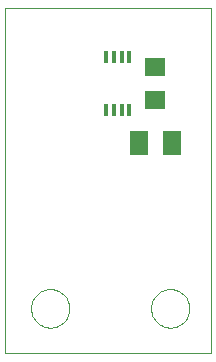
<source format=gtp>
G75*
G70*
%OFA0B0*%
%FSLAX24Y24*%
%IPPOS*%
%LPD*%
%AMOC8*
5,1,8,0,0,1.08239X$1,22.5*
%
%ADD10C,0.0000*%
%ADD11R,0.0157X0.0394*%
%ADD12R,0.0710X0.0630*%
%ADD13R,0.0630X0.0787*%
D10*
X000100Y001704D02*
X000100Y013200D01*
X006970Y013200D01*
X006970Y001704D01*
X000100Y001704D01*
X000960Y003204D02*
X000962Y003254D01*
X000968Y003304D01*
X000978Y003353D01*
X000991Y003402D01*
X001009Y003449D01*
X001030Y003495D01*
X001054Y003538D01*
X001082Y003580D01*
X001113Y003620D01*
X001147Y003657D01*
X001184Y003691D01*
X001224Y003722D01*
X001266Y003750D01*
X001309Y003774D01*
X001355Y003795D01*
X001402Y003813D01*
X001451Y003826D01*
X001500Y003836D01*
X001550Y003842D01*
X001600Y003844D01*
X001650Y003842D01*
X001700Y003836D01*
X001749Y003826D01*
X001798Y003813D01*
X001845Y003795D01*
X001891Y003774D01*
X001934Y003750D01*
X001976Y003722D01*
X002016Y003691D01*
X002053Y003657D01*
X002087Y003620D01*
X002118Y003580D01*
X002146Y003538D01*
X002170Y003495D01*
X002191Y003449D01*
X002209Y003402D01*
X002222Y003353D01*
X002232Y003304D01*
X002238Y003254D01*
X002240Y003204D01*
X002238Y003154D01*
X002232Y003104D01*
X002222Y003055D01*
X002209Y003006D01*
X002191Y002959D01*
X002170Y002913D01*
X002146Y002870D01*
X002118Y002828D01*
X002087Y002788D01*
X002053Y002751D01*
X002016Y002717D01*
X001976Y002686D01*
X001934Y002658D01*
X001891Y002634D01*
X001845Y002613D01*
X001798Y002595D01*
X001749Y002582D01*
X001700Y002572D01*
X001650Y002566D01*
X001600Y002564D01*
X001550Y002566D01*
X001500Y002572D01*
X001451Y002582D01*
X001402Y002595D01*
X001355Y002613D01*
X001309Y002634D01*
X001266Y002658D01*
X001224Y002686D01*
X001184Y002717D01*
X001147Y002751D01*
X001113Y002788D01*
X001082Y002828D01*
X001054Y002870D01*
X001030Y002913D01*
X001009Y002959D01*
X000991Y003006D01*
X000978Y003055D01*
X000968Y003104D01*
X000962Y003154D01*
X000960Y003204D01*
X004960Y003204D02*
X004962Y003254D01*
X004968Y003304D01*
X004978Y003353D01*
X004991Y003402D01*
X005009Y003449D01*
X005030Y003495D01*
X005054Y003538D01*
X005082Y003580D01*
X005113Y003620D01*
X005147Y003657D01*
X005184Y003691D01*
X005224Y003722D01*
X005266Y003750D01*
X005309Y003774D01*
X005355Y003795D01*
X005402Y003813D01*
X005451Y003826D01*
X005500Y003836D01*
X005550Y003842D01*
X005600Y003844D01*
X005650Y003842D01*
X005700Y003836D01*
X005749Y003826D01*
X005798Y003813D01*
X005845Y003795D01*
X005891Y003774D01*
X005934Y003750D01*
X005976Y003722D01*
X006016Y003691D01*
X006053Y003657D01*
X006087Y003620D01*
X006118Y003580D01*
X006146Y003538D01*
X006170Y003495D01*
X006191Y003449D01*
X006209Y003402D01*
X006222Y003353D01*
X006232Y003304D01*
X006238Y003254D01*
X006240Y003204D01*
X006238Y003154D01*
X006232Y003104D01*
X006222Y003055D01*
X006209Y003006D01*
X006191Y002959D01*
X006170Y002913D01*
X006146Y002870D01*
X006118Y002828D01*
X006087Y002788D01*
X006053Y002751D01*
X006016Y002717D01*
X005976Y002686D01*
X005934Y002658D01*
X005891Y002634D01*
X005845Y002613D01*
X005798Y002595D01*
X005749Y002582D01*
X005700Y002572D01*
X005650Y002566D01*
X005600Y002564D01*
X005550Y002566D01*
X005500Y002572D01*
X005451Y002582D01*
X005402Y002595D01*
X005355Y002613D01*
X005309Y002634D01*
X005266Y002658D01*
X005224Y002686D01*
X005184Y002717D01*
X005147Y002751D01*
X005113Y002788D01*
X005082Y002828D01*
X005054Y002870D01*
X005030Y002913D01*
X005009Y002959D01*
X004991Y003006D01*
X004978Y003055D01*
X004968Y003104D01*
X004962Y003154D01*
X004960Y003204D01*
D11*
X004234Y009813D03*
X003978Y009813D03*
X003722Y009813D03*
X003467Y009813D03*
X003467Y011595D03*
X003722Y011595D03*
X003978Y011595D03*
X004234Y011595D03*
D12*
X005100Y011264D03*
X005100Y010144D03*
D13*
X004549Y008704D03*
X005651Y008704D03*
M02*

</source>
